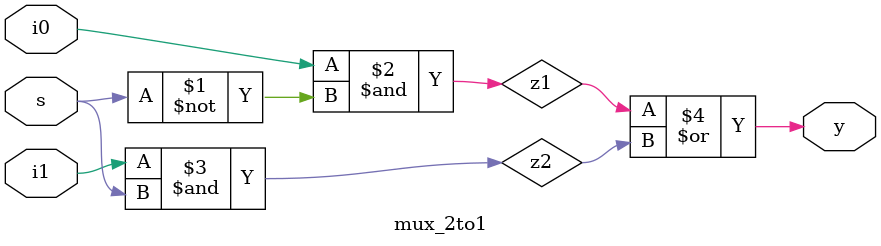
<source format=v>
`timescale 1ns / 1ps


module mux_2to1(i0, i1, s, y);

    input i0, i1;
    input s;
    output y;
    
    wire z1, z2;
    
    and(z1, i0, ~s);
    and(z2, i1, s);
    or(y, z1, z2);

endmodule

</source>
